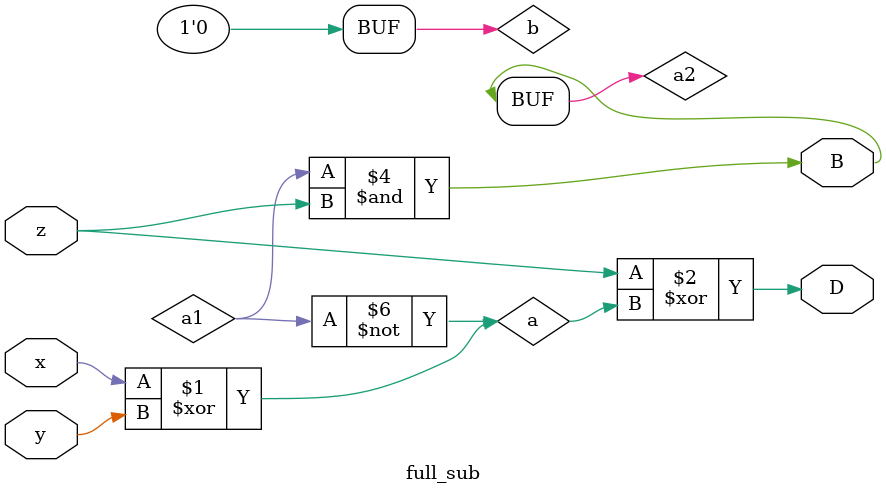
<source format=v>
module full_sub (
    input x, y, z,          // Inputs x, y, and borrow-in (z)
    output D, B             // Outputs difference (D) and borrow-out (B)
);

  wire a, a1, a2, b, x1;   // Declare intermediate wires
  
  xor xor1(a, x, y);       //  XOR gate to compute difference bit a
  xor xor2(D, z, a);       //  XOR gate to compute difference bit D using a and borrow-in z
  
  not not1(a, a1);         //  NOT gate to compute complement of a
  not not2(x1, y);         //  NOT gate to compute complement of y
  
  and and1(b, x1, y);      //  AND gate to compute carry out of y and borrow-in (z)
  and and2(a2, a1, z);     //  AND gate to compute borrow-out (B) using a1 and borrow-in (z)
  
  or or1(B, a2, b);        //  OR gate to compute final borrow-out (B) using a2 and b

endmodule


</source>
